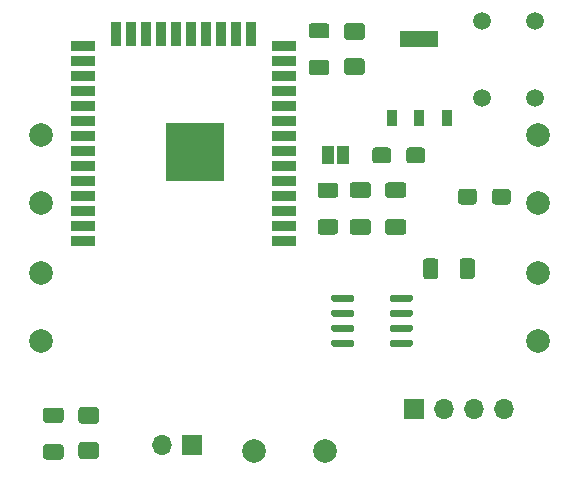
<source format=gbr>
%TF.GenerationSoftware,KiCad,Pcbnew,5.1.10-88a1d61d58~88~ubuntu20.04.1*%
%TF.CreationDate,2021-10-09T14:41:35+11:00*%
%TF.ProjectId,reva,72657661-2e6b-4696-9361-645f70636258,rev?*%
%TF.SameCoordinates,Original*%
%TF.FileFunction,Soldermask,Top*%
%TF.FilePolarity,Negative*%
%FSLAX46Y46*%
G04 Gerber Fmt 4.6, Leading zero omitted, Abs format (unit mm)*
G04 Created by KiCad (PCBNEW 5.1.10-88a1d61d58~88~ubuntu20.04.1) date 2021-10-09 14:41:35*
%MOMM*%
%LPD*%
G01*
G04 APERTURE LIST*
%ADD10C,1.500000*%
%ADD11R,2.000000X0.900000*%
%ADD12R,0.900000X2.000000*%
%ADD13R,5.000000X5.000000*%
%ADD14C,2.000000*%
%ADD15R,1.000000X1.500000*%
%ADD16R,3.250000X1.350000*%
%ADD17R,0.950000X1.350000*%
%ADD18O,1.700000X1.700000*%
%ADD19R,1.700000X1.700000*%
G04 APERTURE END LIST*
D10*
%TO.C,S1*%
X171300000Y-86600000D03*
X175800000Y-86600000D03*
X175800000Y-93100000D03*
X171300000Y-93100000D03*
%TD*%
%TO.C,C4*%
G36*
G01*
X170850000Y-101074999D02*
X170850000Y-101925001D01*
G75*
G02*
X170600001Y-102175000I-249999J0D01*
G01*
X169524999Y-102175000D01*
G75*
G02*
X169275000Y-101925001I0J249999D01*
G01*
X169275000Y-101074999D01*
G75*
G02*
X169524999Y-100825000I249999J0D01*
G01*
X170600001Y-100825000D01*
G75*
G02*
X170850000Y-101074999I0J-249999D01*
G01*
G37*
G36*
G01*
X173725000Y-101074999D02*
X173725000Y-101925001D01*
G75*
G02*
X173475001Y-102175000I-249999J0D01*
G01*
X172399999Y-102175000D01*
G75*
G02*
X172150000Y-101925001I0J249999D01*
G01*
X172150000Y-101074999D01*
G75*
G02*
X172399999Y-100825000I249999J0D01*
G01*
X173475001Y-100825000D01*
G75*
G02*
X173725000Y-101074999I0J-249999D01*
G01*
G37*
%TD*%
%TO.C,C3*%
G36*
G01*
X163600000Y-97574999D02*
X163600000Y-98425001D01*
G75*
G02*
X163350001Y-98675000I-249999J0D01*
G01*
X162274999Y-98675000D01*
G75*
G02*
X162025000Y-98425001I0J249999D01*
G01*
X162025000Y-97574999D01*
G75*
G02*
X162274999Y-97325000I249999J0D01*
G01*
X163350001Y-97325000D01*
G75*
G02*
X163600000Y-97574999I0J-249999D01*
G01*
G37*
G36*
G01*
X166475000Y-97574999D02*
X166475000Y-98425001D01*
G75*
G02*
X166225001Y-98675000I-249999J0D01*
G01*
X165149999Y-98675000D01*
G75*
G02*
X164900000Y-98425001I0J249999D01*
G01*
X164900000Y-97574999D01*
G75*
G02*
X165149999Y-97325000I249999J0D01*
G01*
X166225001Y-97325000D01*
G75*
G02*
X166475000Y-97574999I0J-249999D01*
G01*
G37*
%TD*%
D11*
%TO.C,U1*%
X137500000Y-105255000D03*
X137500000Y-103985000D03*
X137500000Y-102715000D03*
X137500000Y-101445000D03*
X137500000Y-100175000D03*
X137500000Y-98905000D03*
X137500000Y-97635000D03*
X137500000Y-96365000D03*
X137500000Y-95095000D03*
X137500000Y-93825000D03*
X137500000Y-92555000D03*
X137500000Y-91285000D03*
X137500000Y-90015000D03*
X137500000Y-88745000D03*
D12*
X140285000Y-87745000D03*
X141555000Y-87745000D03*
X142825000Y-87745000D03*
X144095000Y-87745000D03*
X145365000Y-87745000D03*
X146635000Y-87745000D03*
X147905000Y-87745000D03*
X149175000Y-87745000D03*
X150445000Y-87745000D03*
X151715000Y-87745000D03*
D11*
X154500000Y-88745000D03*
X154500000Y-90015000D03*
X154500000Y-91285000D03*
X154500000Y-92555000D03*
X154500000Y-93825000D03*
X154500000Y-95095000D03*
X154500000Y-96365000D03*
X154500000Y-97635000D03*
X154500000Y-98905000D03*
X154500000Y-100175000D03*
X154500000Y-101445000D03*
X154500000Y-102715000D03*
X154500000Y-103985000D03*
X154500000Y-105255000D03*
D13*
X147000000Y-97755000D03*
%TD*%
%TO.C,R4*%
G36*
G01*
X134374999Y-122450000D02*
X135625001Y-122450000D01*
G75*
G02*
X135875000Y-122699999I0J-249999D01*
G01*
X135875000Y-123500001D01*
G75*
G02*
X135625001Y-123750000I-249999J0D01*
G01*
X134374999Y-123750000D01*
G75*
G02*
X134125000Y-123500001I0J249999D01*
G01*
X134125000Y-122699999D01*
G75*
G02*
X134374999Y-122450000I249999J0D01*
G01*
G37*
G36*
G01*
X134374999Y-119350000D02*
X135625001Y-119350000D01*
G75*
G02*
X135875000Y-119599999I0J-249999D01*
G01*
X135875000Y-120400001D01*
G75*
G02*
X135625001Y-120650000I-249999J0D01*
G01*
X134374999Y-120650000D01*
G75*
G02*
X134125000Y-120400001I0J249999D01*
G01*
X134125000Y-119599999D01*
G75*
G02*
X134374999Y-119350000I249999J0D01*
G01*
G37*
%TD*%
%TO.C,D2*%
G36*
G01*
X138625000Y-120725000D02*
X137375000Y-120725000D01*
G75*
G02*
X137125000Y-120475000I0J250000D01*
G01*
X137125000Y-119550000D01*
G75*
G02*
X137375000Y-119300000I250000J0D01*
G01*
X138625000Y-119300000D01*
G75*
G02*
X138875000Y-119550000I0J-250000D01*
G01*
X138875000Y-120475000D01*
G75*
G02*
X138625000Y-120725000I-250000J0D01*
G01*
G37*
G36*
G01*
X138625000Y-123700000D02*
X137375000Y-123700000D01*
G75*
G02*
X137125000Y-123450000I0J250000D01*
G01*
X137125000Y-122525000D01*
G75*
G02*
X137375000Y-122275000I250000J0D01*
G01*
X138625000Y-122275000D01*
G75*
G02*
X138875000Y-122525000I0J-250000D01*
G01*
X138875000Y-123450000D01*
G75*
G02*
X138625000Y-123700000I-250000J0D01*
G01*
G37*
%TD*%
D14*
%TO.C,TP10*%
X134000000Y-96250000D03*
%TD*%
%TO.C,TP9*%
X134000000Y-113750000D03*
%TD*%
%TO.C,TP8*%
X176000000Y-96250000D03*
%TD*%
%TO.C,TP7*%
X176000000Y-113750000D03*
%TD*%
%TO.C,R2*%
G36*
G01*
X158125001Y-88100000D02*
X156874999Y-88100000D01*
G75*
G02*
X156625000Y-87850001I0J249999D01*
G01*
X156625000Y-87049999D01*
G75*
G02*
X156874999Y-86800000I249999J0D01*
G01*
X158125001Y-86800000D01*
G75*
G02*
X158375000Y-87049999I0J-249999D01*
G01*
X158375000Y-87850001D01*
G75*
G02*
X158125001Y-88100000I-249999J0D01*
G01*
G37*
G36*
G01*
X158125001Y-91200000D02*
X156874999Y-91200000D01*
G75*
G02*
X156625000Y-90950001I0J249999D01*
G01*
X156625000Y-90149999D01*
G75*
G02*
X156874999Y-89900000I249999J0D01*
G01*
X158125001Y-89900000D01*
G75*
G02*
X158375000Y-90149999I0J-249999D01*
G01*
X158375000Y-90950001D01*
G75*
G02*
X158125001Y-91200000I-249999J0D01*
G01*
G37*
%TD*%
%TO.C,D1*%
G36*
G01*
X159875000Y-89775000D02*
X161125000Y-89775000D01*
G75*
G02*
X161375000Y-90025000I0J-250000D01*
G01*
X161375000Y-90950000D01*
G75*
G02*
X161125000Y-91200000I-250000J0D01*
G01*
X159875000Y-91200000D01*
G75*
G02*
X159625000Y-90950000I0J250000D01*
G01*
X159625000Y-90025000D01*
G75*
G02*
X159875000Y-89775000I250000J0D01*
G01*
G37*
G36*
G01*
X159875000Y-86800000D02*
X161125000Y-86800000D01*
G75*
G02*
X161375000Y-87050000I0J-250000D01*
G01*
X161375000Y-87975000D01*
G75*
G02*
X161125000Y-88225000I-250000J0D01*
G01*
X159875000Y-88225000D01*
G75*
G02*
X159625000Y-87975000I0J250000D01*
G01*
X159625000Y-87050000D01*
G75*
G02*
X159875000Y-86800000I250000J0D01*
G01*
G37*
%TD*%
%TO.C,TP6*%
X134000000Y-102000000D03*
%TD*%
%TO.C,TP5*%
X134000000Y-108000000D03*
%TD*%
%TO.C,TP4*%
X152000000Y-123000000D03*
%TD*%
%TO.C,TP3*%
X158000000Y-123000000D03*
%TD*%
%TO.C,TP2*%
X176000000Y-102000000D03*
%TD*%
%TO.C,TP1*%
X176000000Y-108000000D03*
%TD*%
D15*
%TO.C,JP1*%
X158250000Y-98000000D03*
X159550000Y-98000000D03*
%TD*%
D16*
%TO.C,IC1*%
X166000000Y-88150000D03*
D17*
X168300000Y-94850000D03*
X166000000Y-94850000D03*
X163700000Y-94850000D03*
%TD*%
%TO.C,R3*%
G36*
G01*
X169400000Y-108225001D02*
X169400000Y-106974999D01*
G75*
G02*
X169649999Y-106725000I249999J0D01*
G01*
X170450001Y-106725000D01*
G75*
G02*
X170700000Y-106974999I0J-249999D01*
G01*
X170700000Y-108225001D01*
G75*
G02*
X170450001Y-108475000I-249999J0D01*
G01*
X169649999Y-108475000D01*
G75*
G02*
X169400000Y-108225001I0J249999D01*
G01*
G37*
G36*
G01*
X166300000Y-108225001D02*
X166300000Y-106974999D01*
G75*
G02*
X166549999Y-106725000I249999J0D01*
G01*
X167350001Y-106725000D01*
G75*
G02*
X167600000Y-106974999I0J-249999D01*
G01*
X167600000Y-108225001D01*
G75*
G02*
X167350001Y-108475000I-249999J0D01*
G01*
X166549999Y-108475000D01*
G75*
G02*
X166300000Y-108225001I0J249999D01*
G01*
G37*
%TD*%
%TO.C,U2*%
G36*
G01*
X163500000Y-110245000D02*
X163500000Y-109945000D01*
G75*
G02*
X163650000Y-109795000I150000J0D01*
G01*
X165300000Y-109795000D01*
G75*
G02*
X165450000Y-109945000I0J-150000D01*
G01*
X165450000Y-110245000D01*
G75*
G02*
X165300000Y-110395000I-150000J0D01*
G01*
X163650000Y-110395000D01*
G75*
G02*
X163500000Y-110245000I0J150000D01*
G01*
G37*
G36*
G01*
X163500000Y-111515000D02*
X163500000Y-111215000D01*
G75*
G02*
X163650000Y-111065000I150000J0D01*
G01*
X165300000Y-111065000D01*
G75*
G02*
X165450000Y-111215000I0J-150000D01*
G01*
X165450000Y-111515000D01*
G75*
G02*
X165300000Y-111665000I-150000J0D01*
G01*
X163650000Y-111665000D01*
G75*
G02*
X163500000Y-111515000I0J150000D01*
G01*
G37*
G36*
G01*
X163500000Y-112785000D02*
X163500000Y-112485000D01*
G75*
G02*
X163650000Y-112335000I150000J0D01*
G01*
X165300000Y-112335000D01*
G75*
G02*
X165450000Y-112485000I0J-150000D01*
G01*
X165450000Y-112785000D01*
G75*
G02*
X165300000Y-112935000I-150000J0D01*
G01*
X163650000Y-112935000D01*
G75*
G02*
X163500000Y-112785000I0J150000D01*
G01*
G37*
G36*
G01*
X163500000Y-114055000D02*
X163500000Y-113755000D01*
G75*
G02*
X163650000Y-113605000I150000J0D01*
G01*
X165300000Y-113605000D01*
G75*
G02*
X165450000Y-113755000I0J-150000D01*
G01*
X165450000Y-114055000D01*
G75*
G02*
X165300000Y-114205000I-150000J0D01*
G01*
X163650000Y-114205000D01*
G75*
G02*
X163500000Y-114055000I0J150000D01*
G01*
G37*
G36*
G01*
X158550000Y-114055000D02*
X158550000Y-113755000D01*
G75*
G02*
X158700000Y-113605000I150000J0D01*
G01*
X160350000Y-113605000D01*
G75*
G02*
X160500000Y-113755000I0J-150000D01*
G01*
X160500000Y-114055000D01*
G75*
G02*
X160350000Y-114205000I-150000J0D01*
G01*
X158700000Y-114205000D01*
G75*
G02*
X158550000Y-114055000I0J150000D01*
G01*
G37*
G36*
G01*
X158550000Y-112785000D02*
X158550000Y-112485000D01*
G75*
G02*
X158700000Y-112335000I150000J0D01*
G01*
X160350000Y-112335000D01*
G75*
G02*
X160500000Y-112485000I0J-150000D01*
G01*
X160500000Y-112785000D01*
G75*
G02*
X160350000Y-112935000I-150000J0D01*
G01*
X158700000Y-112935000D01*
G75*
G02*
X158550000Y-112785000I0J150000D01*
G01*
G37*
G36*
G01*
X158550000Y-111515000D02*
X158550000Y-111215000D01*
G75*
G02*
X158700000Y-111065000I150000J0D01*
G01*
X160350000Y-111065000D01*
G75*
G02*
X160500000Y-111215000I0J-150000D01*
G01*
X160500000Y-111515000D01*
G75*
G02*
X160350000Y-111665000I-150000J0D01*
G01*
X158700000Y-111665000D01*
G75*
G02*
X158550000Y-111515000I0J150000D01*
G01*
G37*
G36*
G01*
X158550000Y-110245000D02*
X158550000Y-109945000D01*
G75*
G02*
X158700000Y-109795000I150000J0D01*
G01*
X160350000Y-109795000D01*
G75*
G02*
X160500000Y-109945000I0J-150000D01*
G01*
X160500000Y-110245000D01*
G75*
G02*
X160350000Y-110395000I-150000J0D01*
G01*
X158700000Y-110395000D01*
G75*
G02*
X158550000Y-110245000I0J150000D01*
G01*
G37*
%TD*%
%TO.C,R1*%
G36*
G01*
X157624999Y-103400000D02*
X158875001Y-103400000D01*
G75*
G02*
X159125000Y-103649999I0J-249999D01*
G01*
X159125000Y-104450001D01*
G75*
G02*
X158875001Y-104700000I-249999J0D01*
G01*
X157624999Y-104700000D01*
G75*
G02*
X157375000Y-104450001I0J249999D01*
G01*
X157375000Y-103649999D01*
G75*
G02*
X157624999Y-103400000I249999J0D01*
G01*
G37*
G36*
G01*
X157624999Y-100300000D02*
X158875001Y-100300000D01*
G75*
G02*
X159125000Y-100549999I0J-249999D01*
G01*
X159125000Y-101350001D01*
G75*
G02*
X158875001Y-101600000I-249999J0D01*
G01*
X157624999Y-101600000D01*
G75*
G02*
X157375000Y-101350001I0J249999D01*
G01*
X157375000Y-100549999D01*
G75*
G02*
X157624999Y-100300000I249999J0D01*
G01*
G37*
%TD*%
D18*
%TO.C,J4*%
X144210000Y-122500000D03*
D19*
X146750000Y-122500000D03*
%TD*%
D18*
%TO.C,J3*%
X173120000Y-119500000D03*
X170580000Y-119500000D03*
X168040000Y-119500000D03*
D19*
X165500000Y-119500000D03*
%TD*%
%TO.C,C2*%
G36*
G01*
X161650003Y-101600000D02*
X160349997Y-101600000D01*
G75*
G02*
X160100000Y-101350003I0J249997D01*
G01*
X160100000Y-100524997D01*
G75*
G02*
X160349997Y-100275000I249997J0D01*
G01*
X161650003Y-100275000D01*
G75*
G02*
X161900000Y-100524997I0J-249997D01*
G01*
X161900000Y-101350003D01*
G75*
G02*
X161650003Y-101600000I-249997J0D01*
G01*
G37*
G36*
G01*
X161650003Y-104725000D02*
X160349997Y-104725000D01*
G75*
G02*
X160100000Y-104475003I0J249997D01*
G01*
X160100000Y-103649997D01*
G75*
G02*
X160349997Y-103400000I249997J0D01*
G01*
X161650003Y-103400000D01*
G75*
G02*
X161900000Y-103649997I0J-249997D01*
G01*
X161900000Y-104475003D01*
G75*
G02*
X161650003Y-104725000I-249997J0D01*
G01*
G37*
%TD*%
%TO.C,C1*%
G36*
G01*
X164650003Y-101600000D02*
X163349997Y-101600000D01*
G75*
G02*
X163100000Y-101350003I0J249997D01*
G01*
X163100000Y-100524997D01*
G75*
G02*
X163349997Y-100275000I249997J0D01*
G01*
X164650003Y-100275000D01*
G75*
G02*
X164900000Y-100524997I0J-249997D01*
G01*
X164900000Y-101350003D01*
G75*
G02*
X164650003Y-101600000I-249997J0D01*
G01*
G37*
G36*
G01*
X164650003Y-104725000D02*
X163349997Y-104725000D01*
G75*
G02*
X163100000Y-104475003I0J249997D01*
G01*
X163100000Y-103649997D01*
G75*
G02*
X163349997Y-103400000I249997J0D01*
G01*
X164650003Y-103400000D01*
G75*
G02*
X164900000Y-103649997I0J-249997D01*
G01*
X164900000Y-104475003D01*
G75*
G02*
X164650003Y-104725000I-249997J0D01*
G01*
G37*
%TD*%
M02*

</source>
